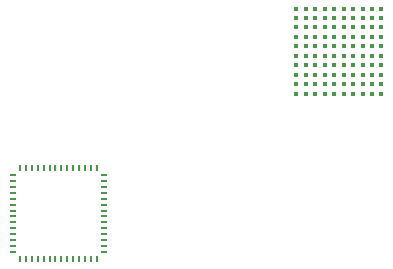
<source format=gbr>
G04 #@! TF.GenerationSoftware,KiCad,Pcbnew,(5.1.5)-3*
G04 #@! TF.CreationDate,2020-07-15T23:20:01-07:00*
G04 #@! TF.ProjectId,Miniscope-V4-Ephys-System,4d696e69-7363-46f7-9065-2d56342d4570,rev?*
G04 #@! TF.SameCoordinates,Original*
G04 #@! TF.FileFunction,Paste,Bot*
G04 #@! TF.FilePolarity,Positive*
%FSLAX46Y46*%
G04 Gerber Fmt 4.6, Leading zero omitted, Abs format (unit mm)*
G04 Created by KiCad (PCBNEW (5.1.5)-3) date 2020-07-15 23:20:01*
%MOMM*%
%LPD*%
G04 APERTURE LIST*
%ADD10C,0.370000*%
%ADD11R,0.610000X0.260000*%
%ADD12R,0.260000X0.610000*%
G04 APERTURE END LIST*
D10*
X131400000Y-120350000D03*
X132200000Y-120350000D03*
X133000000Y-120350000D03*
X133800000Y-120350000D03*
X134600000Y-120350000D03*
X135400000Y-120350000D03*
X136200000Y-120350000D03*
X137000000Y-120350000D03*
X137800000Y-120350000D03*
X138600000Y-120350000D03*
X131400000Y-119550000D03*
X132200000Y-119550000D03*
X133000000Y-119550000D03*
X133800000Y-119550000D03*
X134600000Y-119550000D03*
X135400000Y-119550000D03*
X136200000Y-119550000D03*
X137000000Y-119550000D03*
X137800000Y-119550000D03*
X138600000Y-119550000D03*
X131400000Y-118750000D03*
X132200000Y-118750000D03*
X133000000Y-118750000D03*
X133800000Y-118750000D03*
X134600000Y-118750000D03*
X135400000Y-118750000D03*
X136200000Y-118750000D03*
X137000000Y-118750000D03*
X137800000Y-118750000D03*
X138600000Y-118750000D03*
X131400000Y-117950000D03*
X132200000Y-117950000D03*
X133000000Y-117950000D03*
X133800000Y-117950000D03*
X134600000Y-117950000D03*
X135400000Y-117950000D03*
X136200000Y-117950000D03*
X137000000Y-117950000D03*
X137800000Y-117950000D03*
X138600000Y-117950000D03*
X131400000Y-117150000D03*
X132200000Y-117150000D03*
X133000000Y-117150000D03*
X133800000Y-117150000D03*
X134600000Y-117150000D03*
X135400000Y-117150000D03*
X136200000Y-117150000D03*
X137000000Y-117150000D03*
X137800000Y-117150000D03*
X138600000Y-117150000D03*
X131400000Y-116350000D03*
X132200000Y-116350000D03*
X133000000Y-116350000D03*
X133800000Y-116350000D03*
X134600000Y-116350000D03*
X135400000Y-116350000D03*
X136200000Y-116350000D03*
X137000000Y-116350000D03*
X137800000Y-116350000D03*
X138600000Y-116350000D03*
X131400000Y-115550000D03*
X132200000Y-115550000D03*
X133000000Y-115550000D03*
X133800000Y-115550000D03*
X134600000Y-115550000D03*
X135400000Y-115550000D03*
X136200000Y-115550000D03*
X137000000Y-115550000D03*
X137800000Y-115550000D03*
X138600000Y-115550000D03*
X131400000Y-114750000D03*
X132200000Y-114750000D03*
X133000000Y-114750000D03*
X133800000Y-114750000D03*
X134600000Y-114750000D03*
X135400000Y-114750000D03*
X136200000Y-114750000D03*
X137000000Y-114750000D03*
X137800000Y-114750000D03*
X138600000Y-114750000D03*
X131400000Y-113950000D03*
X132200000Y-113950000D03*
X133000000Y-113950000D03*
X133800000Y-113950000D03*
X134600000Y-113950000D03*
X135400000Y-113950000D03*
X136200000Y-113950000D03*
X137000000Y-113950000D03*
X137800000Y-113950000D03*
X138600000Y-113950000D03*
X131400000Y-113150000D03*
X132200000Y-113150000D03*
X133000000Y-113150000D03*
X133800000Y-113150000D03*
X134600000Y-113150000D03*
X135400000Y-113150000D03*
X136200000Y-113150000D03*
X137000000Y-113150000D03*
X137800000Y-113150000D03*
X138600000Y-113150000D03*
D11*
X115100000Y-127250000D03*
X115100000Y-127750000D03*
X115100000Y-128250000D03*
X115100000Y-128750000D03*
X115100000Y-129250000D03*
X115100000Y-129750000D03*
X115100000Y-130250000D03*
X115100000Y-130750000D03*
X115100000Y-131250000D03*
X115100000Y-131750000D03*
X115100000Y-132250000D03*
X115100000Y-132750000D03*
X115100000Y-133250000D03*
X115100000Y-133750000D03*
D12*
X114500000Y-134350000D03*
X114000000Y-134350000D03*
X113500000Y-134350000D03*
X113000000Y-134350000D03*
X112500000Y-134350000D03*
X112000000Y-134350000D03*
X111500000Y-134350000D03*
X111000000Y-134350000D03*
X110500000Y-134350000D03*
X110000000Y-134350000D03*
X109500000Y-134350000D03*
X109000000Y-134350000D03*
X108500000Y-134350000D03*
X108000000Y-134350000D03*
D11*
X107400000Y-133750000D03*
X107400000Y-133250000D03*
X107400000Y-132750000D03*
X107400000Y-132250000D03*
X107400000Y-131750000D03*
X107400000Y-131250000D03*
X107400000Y-130750000D03*
X107400000Y-130250000D03*
X107400000Y-129750000D03*
X107400000Y-129250000D03*
X107400000Y-128750000D03*
X107400000Y-128250000D03*
X107400000Y-127750000D03*
X107400000Y-127250000D03*
D12*
X108000000Y-126650000D03*
X108500000Y-126650000D03*
X109000000Y-126650000D03*
X109500000Y-126650000D03*
X110000000Y-126650000D03*
X110500000Y-126650000D03*
X111000000Y-126650000D03*
X111500000Y-126650000D03*
X112000000Y-126650000D03*
X112500000Y-126650000D03*
X113000000Y-126650000D03*
X113500000Y-126650000D03*
X114000000Y-126650000D03*
X114500000Y-126650000D03*
M02*

</source>
